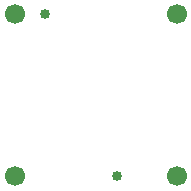
<source format=gbr>
%TF.GenerationSoftware,Altium Limited,Altium Designer,25.7.1 (20)*%
G04 Layer_Color=0*
%FSLAX45Y45*%
%MOMM*%
%TF.SameCoordinates,1AA72D45-9F13-4BD8-B423-63960E99F270*%
%TF.FilePolarity,Positive*%
%TF.FileFunction,NonPlated,1,6,NPTH,Drill*%
%TF.Part,Single*%
G01*
G75*
%TA.AperFunction,ComponentDrill*%
%ADD129C,1.69926*%
%ADD130C,0.84836*%
D129*
X4586021Y3158388D02*
D03*
Y4530903D02*
D03*
X5958637Y3158388D02*
D03*
Y4530903D02*
D03*
D130*
X4840072D02*
D03*
X5450586Y3158388D02*
D03*
%TF.MD5,f277defcecab65ceab162e766d7928e9*%
M02*

</source>
